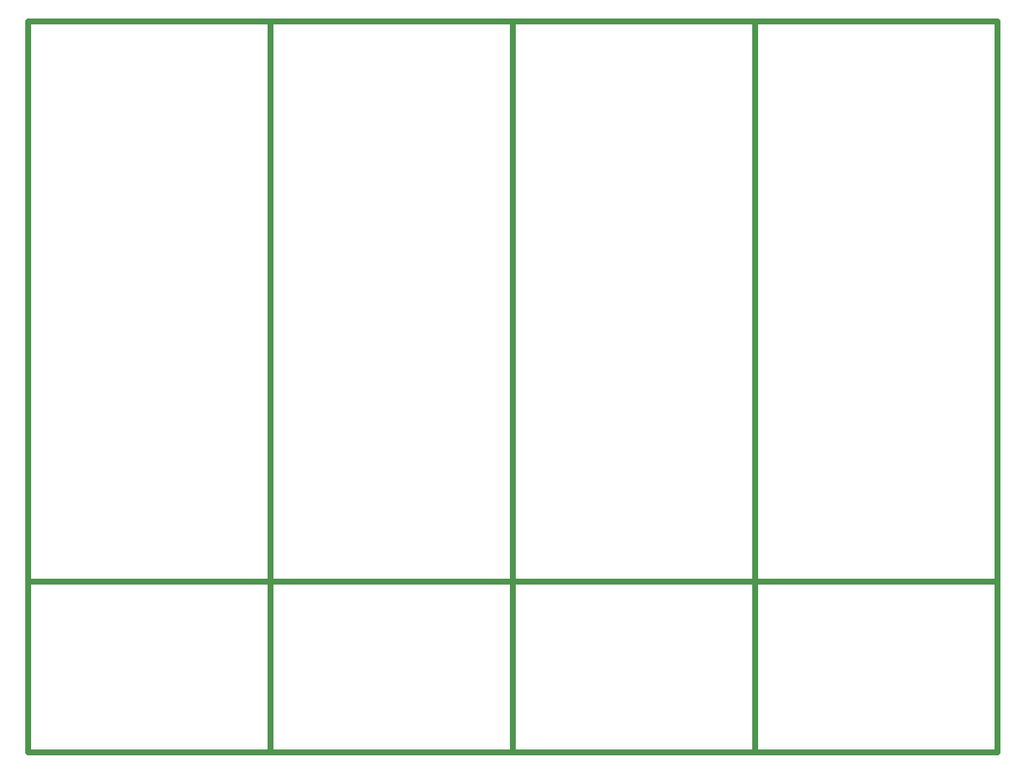
<source format=gbr>
G04 #@! TF.GenerationSoftware,KiCad,Pcbnew,6.0.0-rc1-unknown-9cac0a3~66~ubuntu16.04.1*
G04 #@! TF.CreationDate,2019-01-23T08:05:13+01:00
G04 #@! TF.ProjectId,nano324,6e616e6f-3332-4342-9e6b-696361645f70,rev?*
G04 #@! TF.SameCoordinates,Original*
G04 #@! TF.FileFunction,Profile,NP*
%FSLAX46Y46*%
G04 Gerber Fmt 4.6, Leading zero omitted, Abs format (unit mm)*
G04 Created by KiCad (PCBNEW 6.0.0-rc1-unknown-9cac0a3~66~ubuntu16.04.1) date St 23. január 2019, 08:05:13 CET*
%MOMM*%
%LPD*%
G04 APERTURE LIST*
%ADD10C,0.600000*%
G04 APERTURE END LIST*
D10*
X181864000Y-114300000D02*
X181864000Y-131445000D01*
X157480000Y-114300000D02*
X157480000Y-131445000D01*
X133096000Y-114300000D02*
X133096000Y-131445000D01*
X206248000Y-131445000D02*
X206248000Y-124968000D01*
X108712000Y-131445000D02*
X206248000Y-131445000D01*
X206248000Y-114300000D02*
X206248000Y-124968000D01*
X108712000Y-114300000D02*
X108712000Y-131445000D01*
X206248000Y-114300000D02*
X181864000Y-114300000D01*
X181864000Y-114300000D02*
X181864000Y-57912000D01*
X181864000Y-57912000D02*
X206248000Y-57912000D01*
X206248000Y-57912000D02*
X206248000Y-114300000D01*
X181864000Y-114300000D02*
X157480000Y-114300000D01*
X157480000Y-114300000D02*
X157480000Y-57912000D01*
X157480000Y-57912000D02*
X181864000Y-57912000D01*
X181864000Y-57912000D02*
X181864000Y-114300000D01*
X157480000Y-114300000D02*
X133096000Y-114300000D01*
X133096000Y-114300000D02*
X133096000Y-57912000D01*
X133096000Y-57912000D02*
X157480000Y-57912000D01*
X157480000Y-57912000D02*
X157480000Y-114300000D01*
X133096000Y-57912000D02*
X133096000Y-114300000D01*
X108712000Y-57912000D02*
X133096000Y-57912000D01*
X108712000Y-114300000D02*
X108712000Y-57912000D01*
X133096000Y-114300000D02*
X108712000Y-114300000D01*
M02*

</source>
